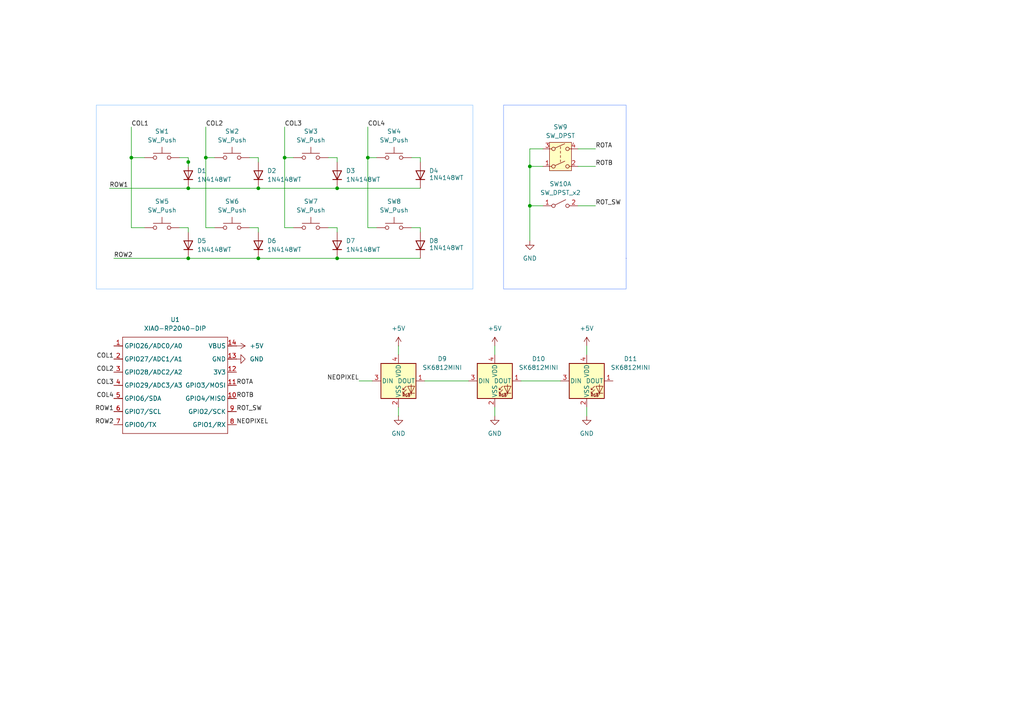
<source format=kicad_sch>
(kicad_sch (version 20250114) (generator "eeschema") (generator_version "9.0")
  (paper "A4")
  (lib_symbols
    (symbol "Diode:1N4148WT" (pin_numbers (hide yes)) (pin_names (hide yes))
      (property "Reference" "D" (at 0 2.54 0))
      (property "Value" "1N4148WT" (at 0 -2.54 0))
      (symbol "1N4148WT_0_1"
        (polyline (pts (xy -1.27 1.27) (xy -1.27 -1.27)) (stroke (width 0.254)))
        (polyline (pts (xy 1.27 1.27) (xy 1.27 -1.27) (xy -1.27 0) (xy 1.27 1.27)) (stroke (width 0.254)))
        (polyline (pts (xy 1.27 0) (xy -1.27 0)))
      )
      (symbol "1N4148WT_1_1"
        (pin passive line (at -3.81 0 0) (length 2.54) (name "K") (number "1"))
        (pin passive line (at 3.81 0 180) (length 2.54) (name "A") (number "2"))
      )
    )
    (symbol "LED:SK6812MINI" (pin_names (offset 0.254))
      (property "Reference" "D" (at 5.08 5.715 0))
      (property "Value" "SK6812MINI" (at 1.27 -5.715 0))
      (symbol "SK6812MINI_0_0"
        (text "RGB" (at 2.286 -4.191 0) (effects (font (size 0.762 0.762))))
      )
      (symbol "SK6812MINI_0_1"
        (polyline (pts (xy 1.27 -2.54) (xy 1.778 -2.54)))
        (polyline (pts (xy 1.27 -3.556) (xy 1.778 -3.556)))
        (polyline (pts (xy 2.286 -1.524) (xy 1.27 -2.54) (xy 1.27 -2.032)))
        (polyline (pts (xy 2.286 -2.54) (xy 1.27 -3.556) (xy 1.27 -3.048)))
        (polyline (pts (xy 3.683 -1.016) (xy 3.683 -3.556) (xy 3.683 -4.064)))
        (polyline (pts (xy 4.699 -1.524) (xy 2.667 -1.524) (xy 3.683 -3.556) (xy 4.699 -1.524)))
        (polyline (pts (xy 4.699 -3.556) (xy 2.667 -3.556)))
        (rectangle (start 5.08 5.08) (end -5.08 -5.08) (stroke (width 0.254)) (fill (type background)))
      )
      (symbol "SK6812MINI_1_1"
        (pin input line (at -7.62 0 0) (length 2.54) (name "DIN") (number "3"))
        (pin power_in line (at 0 7.62 270) (length 2.54) (name "VDD") (number "4"))
        (pin power_in line (at 0 -7.62 90) (length 2.54) (name "VSS") (number "2"))
        (pin output line (at 7.62 0 180) (length 2.54) (name "DOUT") (number "1"))
      )
    )
    (symbol "OPL:XIAO-RP2040-DIP"
      (property "Reference" "U" (at 0 0 0))
      (property "Value" "XIAO-RP2040-DIP" (at 5.334 -1.778 0))
      (symbol "XIAO-RP2040-DIP_1_0"
        (polyline (pts (xy -1.27 -2.54) (xy 29.21 -2.54)) (stroke (width 0.1524)))
        (polyline (pts (xy -1.27 -5.08) (xy -2.54 -5.08)) (stroke (width 0.1524)))
        (polyline (pts (xy -1.27 -5.08) (xy -1.27 -2.54)) (stroke (width 0.1524)))
        (polyline (pts (xy -1.27 -8.89) (xy -2.54 -8.89)) (stroke (width 0.1524)))
        (polyline (pts (xy -1.27 -8.89) (xy -1.27 -5.08)) (stroke (width 0.1524)))
        (polyline (pts (xy -1.27 -12.7) (xy -2.54 -12.7)) (stroke (width 0.1524)))
        (polyline (pts (xy -1.27 -12.7) (xy -1.27 -8.89)) (stroke (width 0.1524)))
        (polyline (pts (xy -1.27 -16.51) (xy -2.54 -16.51)) (stroke (width 0.1524)))
        (polyline (pts (xy -1.27 -16.51) (xy -1.27 -12.7)) (stroke (width 0.1524)))
        (polyline (pts (xy -1.27 -20.32) (xy -2.54 -20.32)) (stroke (width 0.1524)))
        (polyline (pts (xy -1.27 -24.13) (xy -2.54 -24.13)) (stroke (width 0.1524)))
        (polyline (pts (xy -1.27 -27.94) (xy -2.54 -27.94)) (stroke (width 0.1524)))
        (polyline (pts (xy -1.27 -30.48) (xy -1.27 -16.51)) (stroke (width 0.1524)))
        (polyline (pts (xy 29.21 -2.54) (xy 29.21 -5.08)) (stroke (width 0.1524)))
        (polyline (pts (xy 29.21 -5.08) (xy 29.21 -8.89)) (stroke (width 0.1524)))
        (polyline (pts (xy 29.21 -8.89) (xy 29.21 -12.7)) (stroke (width 0.1524)))
        (polyline (pts (xy 29.21 -12.7) (xy 29.21 -30.48)) (stroke (width 0.1524)))
        (polyline (pts (xy 29.21 -30.48) (xy -1.27 -30.48)) (stroke (width 0.1524)))
        (polyline (pts (xy 30.48 -5.08) (xy 29.21 -5.08)) (stroke (width 0.1524)))
        (polyline (pts (xy 30.48 -8.89) (xy 29.21 -8.89)) (stroke (width 0.1524)))
        (polyline (pts (xy 30.48 -12.7) (xy 29.21 -12.7)) (stroke (width 0.1524)))
        (polyline (pts (xy 30.48 -16.51) (xy 29.21 -16.51)) (stroke (width 0.1524)))
        (polyline (pts (xy 30.48 -20.32) (xy 29.21 -20.32)) (stroke (width 0.1524)))
        (polyline (pts (xy 30.48 -24.13) (xy 29.21 -24.13)) (stroke (width 0.1524)))
        (polyline (pts (xy 30.48 -27.94) (xy 29.21 -27.94)) (stroke (width 0.1524)))
        (pin passive line (at -3.81 -5.08 0) (length 2.54) (name "GPIO26/ADC0/A0") (number "1"))
        (pin passive line (at -3.81 -8.89 0) (length 2.54) (name "GPIO27/ADC1/A1") (number "2"))
        (pin passive line (at -3.81 -12.7 0) (length 2.54) (name "GPIO28/ADC2/A2") (number "3"))
        (pin passive line (at -3.81 -16.51 0) (length 2.54) (name "GPIO29/ADC3/A3") (number "4"))
        (pin passive line (at -3.81 -20.32 0) (length 2.54) (name "GPIO6/SDA") (number "5"))
        (pin passive line (at -3.81 -24.13 0) (length 2.54) (name "GPIO7/SCL") (number "6"))
        (pin passive line (at -3.81 -27.94 0) (length 2.54) (name "GPIO0/TX") (number "7"))
        (pin passive line (at 31.75 -5.08 180) (length 2.54) (name "VBUS") (number "14"))
        (pin passive line (at 31.75 -8.89 180) (length 2.54) (name "GND") (number "13"))
        (pin passive line (at 31.75 -12.7 180) (length 2.54) (name "3V3") (number "12"))
        (pin passive line (at 31.75 -16.51 180) (length 2.54) (name "GPIO3/MOSI") (number "11"))
        (pin passive line (at 31.75 -20.32 180) (length 2.54) (name "GPIO4/MISO") (number "10"))
        (pin passive line (at 31.75 -24.13 180) (length 2.54) (name "GPIO2/SCK") (number "9"))
        (pin passive line (at 31.75 -27.94 180) (length 2.54) (name "GPIO1/RX") (number "8"))
      )
    )
    (symbol "Switch:SW_DPST" (pin_names (offset 0) (hide yes))
      (property "Reference" "SW" (at 0 6.35 0))
      (property "Value" "SW_DPST" (at 0 -5.08 0))
      (symbol "SW_DPST_0_0"
        (circle (center -2.032 2.54) (radius 0.508))
        (circle (center -2.032 -2.54) (radius 0.508))
        (polyline (pts (xy -1.524 2.794) (xy 1.27 4.064)))
        (polyline (pts (xy -1.524 -2.286) (xy 1.27 -1.016)))
        (polyline (pts (xy 0 2.54) (xy 0 3.175)))
        (polyline (pts (xy 0 1.27) (xy 0 1.905)))
        (polyline (pts (xy 0 0) (xy 0 0.635)))
        (polyline (pts (xy 0 -1.27) (xy 0 -0.635)))
        (circle (center 2.032 2.54) (radius 0.508))
        (circle (center 2.032 -2.54) (radius 0.508))
      )
      (symbol "SW_DPST_1_1"
        (rectangle (start -3.175 4.445) (end 3.175 -3.81) (fill (type background)))
        (pin passive line (at -5.08 2.54 0) (length 2.54) (name "3") (number "3"))
        (pin passive line (at -5.08 -2.54 0) (length 2.54) (name "1") (number "1"))
        (pin passive line (at 5.08 2.54 180) (length 2.54) (name "4") (number "4"))
        (pin passive line (at 5.08 -2.54 180) (length 2.54) (name "2") (number "2"))
      )
    )
    (symbol "Switch:SW_DPST_x2" (pin_names (offset 0) (hide yes))
      (property "Reference" "SW" (at 0 3.175 0))
      (property "Value" "SW_DPST_x2" (at 0 -2.54 0))
      (symbol "SW_DPST_x2_0_0"
        (circle (center -2.032 0) (radius 0.508))
        (polyline (pts (xy -1.524 0.254) (xy 1.524 1.778)))
        (circle (center 2.032 0) (radius 0.508))
      )
      (symbol "SW_DPST_x2_1_1"
        (pin passive line (at -5.08 0 0) (length 2.54) (name "A") (number "1"))
        (pin passive line (at 5.08 0 180) (length 2.54) (name "B") (number "2"))
      )
      (symbol "SW_DPST_x2_2_1"
        (pin passive line (at -5.08 0 0) (length 2.54) (name "A") (number "3"))
        (pin passive line (at 5.08 0 180) (length 2.54) (name "B") (number "4"))
      )
    )
    (symbol "Switch:SW_Push" (pin_numbers (hide yes)) (pin_names (offset 1.016) (hide yes))
      (property "Reference" "SW" (at 1.27 2.54 0))
      (property "Value" "SW_Push" (at 0 -1.524 0))
      (symbol "SW_Push_0_1"
        (circle (center -2.032 0) (radius 0.508))
        (polyline (pts (xy 0 1.27) (xy 0 3.048)))
        (circle (center 2.032 0) (radius 0.508))
        (polyline (pts (xy 2.54 1.27) (xy -2.54 1.27)))
        (pin passive line (at -5.08 0 0) (length 2.54) (name "1") (number "1"))
        (pin passive line (at 5.08 0 180) (length 2.54) (name "2") (number "2"))
      )
    )
    (symbol "power:+5V" (power) (pin_numbers (hide yes)) (pin_names (offset 0) (hide yes))
      (property "Value" "+5V" (at 0 3.556 0))
      (symbol "+5V_0_1"
        (polyline (pts (xy -0.762 1.27) (xy 0 2.54)))
        (polyline (pts (xy 0 2.54) (xy 0.762 1.27)))
        (polyline (pts (xy 0 0) (xy 0 2.54)))
      )
      (symbol "+5V_1_1"
        (pin power_in line (at 0 0 90) (length 0) (name "~") (number "1"))
      )
    )
    (symbol "power:GND" (power) (pin_numbers (hide yes)) (pin_names (offset 0) (hide yes))
      (property "Value" "GND" (at 0 -3.81 0))
      (symbol "GND_0_1"
        (polyline (pts (xy 0 0) (xy 0 -1.27) (xy 1.27 -1.27) (xy 0 -2.54) (xy -1.27 -1.27) (xy 0 -1.27)))
      )
      (symbol "GND_1_1"
        (pin power_in line (at 0 0 270) (length 0) (name "~") (number "1"))
      )
    )
  )
  (rectangle (start 27.94 30.48) (end 137.16 83.82) (stroke (width 0) (color 149 201 255 1)))
  (rectangle (start 146.05 30.48) (end 181.61 83.82) (stroke (width 0) (color 120 159 255 1)))
  (rectangle (start 181.61 74.93) (end 181.61 74.93))
  (junction (at 153.67 59.69))
  (junction (at 54.61 54.61))
  (junction (at 97.79 74.93))
  (junction (at 106.68 45.72))
  (junction (at 59.69 45.72))
  (junction (at 38.1 45.72))
  (junction (at 54.61 74.93))
  (junction (at 74.93 54.61))
  (junction (at 153.67 48.26))
  (junction (at 54.61 46.99))
  (junction (at 74.93 74.93))
  (junction (at 97.79 54.61))
  (junction (at 82.55 45.72))
  (wire (pts (xy 151.13 110.49) (xy 162.56 110.49)))
  (wire (pts (xy 72.39 45.72) (xy 74.93 45.72)))
  (wire (pts (xy 74.93 54.61) (xy 97.79 54.61)))
  (wire (pts (xy 153.67 48.26) (xy 153.67 59.69)))
  (wire (pts (xy 119.38 66.04) (xy 121.92 66.04)))
  (wire (pts (xy 97.79 66.04) (xy 97.79 67.31)))
  (wire (pts (xy 54.61 46.99) (xy 54.61 45.72)))
  (wire (pts (xy 153.67 59.69) (xy 157.48 59.69)))
  (wire (pts (xy 95.25 45.72) (xy 97.79 45.72)))
  (wire (pts (xy 121.92 45.72) (xy 121.92 46.99)))
  (wire (pts (xy 59.69 66.04) (xy 62.23 66.04)))
  (wire (pts (xy 106.68 45.72) (xy 106.68 66.04)))
  (wire (pts (xy 82.55 36.83) (xy 82.55 45.72)))
  (wire (pts (xy 82.55 45.72) (xy 85.09 45.72)))
  (wire (pts (xy 106.68 66.04) (xy 109.22 66.04)))
  (wire (pts (xy 97.79 54.61) (xy 121.92 54.61)))
  (wire (pts (xy 38.1 45.72) (xy 38.1 66.04)))
  (wire (pts (xy 74.93 45.72) (xy 74.93 46.99)))
  (wire (pts (xy 167.64 48.26) (xy 172.72 48.26)))
  (wire (pts (xy 54.61 74.93) (xy 74.93 74.93)))
  (wire (pts (xy 38.1 36.83) (xy 38.1 45.72)))
  (wire (pts (xy 52.07 66.04) (xy 54.61 66.04)))
  (wire (pts (xy 106.68 36.83) (xy 106.68 45.72)))
  (wire (pts (xy 54.61 54.61) (xy 74.93 54.61)))
  (wire (pts (xy 38.1 45.72) (xy 41.91 45.72)))
  (wire (pts (xy 33.02 74.93) (xy 54.61 74.93)))
  (wire (pts (xy 121.92 66.04) (xy 121.92 67.31)))
  (wire (pts (xy 82.55 66.04) (xy 85.09 66.04)))
  (wire (pts (xy 82.55 45.72) (xy 82.55 66.04)))
  (wire (pts (xy 97.79 45.72) (xy 97.79 46.99)))
  (wire (pts (xy 95.25 66.04) (xy 97.79 66.04)))
  (wire (pts (xy 59.69 45.72) (xy 59.69 66.04)))
  (wire (pts (xy 31.75 54.61) (xy 54.61 54.61)))
  (wire (pts (xy 115.57 118.11) (xy 115.57 120.65)))
  (wire (pts (xy 106.68 45.72) (xy 109.22 45.72)))
  (wire (pts (xy 97.79 74.93) (xy 121.92 74.93)))
  (wire (pts (xy 54.61 48.26) (xy 54.61 46.99)))
  (wire (pts (xy 153.67 48.26) (xy 157.48 48.26)))
  (wire (pts (xy 59.69 45.72) (xy 62.23 45.72)))
  (wire (pts (xy 54.61 66.04) (xy 54.61 67.31)))
  (wire (pts (xy 167.64 59.69) (xy 172.72 59.69)))
  (wire (pts (xy 167.64 43.18) (xy 172.72 43.18)))
  (wire (pts (xy 104.14 110.49) (xy 107.95 110.49)))
  (wire (pts (xy 143.51 100.33) (xy 143.51 102.87)))
  (wire (pts (xy 115.57 100.33) (xy 115.57 102.87)))
  (wire (pts (xy 38.1 66.04) (xy 41.91 66.04)))
  (wire (pts (xy 59.69 36.83) (xy 59.69 45.72)))
  (wire (pts (xy 153.67 59.69) (xy 153.67 69.85)))
  (wire (pts (xy 170.18 100.33) (xy 170.18 102.87)))
  (wire (pts (xy 153.67 43.18) (xy 153.67 48.26)))
  (wire (pts (xy 74.93 74.93) (xy 97.79 74.93)))
  (wire (pts (xy 52.07 45.72) (xy 54.61 45.72)))
  (wire (pts (xy 123.19 110.49) (xy 135.89 110.49)))
  (wire (pts (xy 74.93 66.04) (xy 74.93 67.31)))
  (wire (pts (xy 72.39 66.04) (xy 74.93 66.04)))
  (wire (pts (xy 153.67 43.18) (xy 157.48 43.18)))
  (wire (pts (xy 143.51 118.11) (xy 143.51 120.65)))
  (wire (pts (xy 170.18 118.11) (xy 170.18 120.65)))
  (wire (pts (xy 119.38 45.72) (xy 121.92 45.72)))
  (label "COL1" (at 33.02 104.14 180))
  (label "COL3" (at 33.02 111.76 180))
  (label "COL4" (at 106.68 36.83 0))
  (label "COL4" (at 33.02 115.57 180))
  (label "ROW1" (at 31.75 54.61 0))
  (label "ROW2" (at 33.02 74.93 0))
  (label "NEOPIXEL" (at 104.14 110.49 180))
  (label "COL2" (at 33.02 107.95 180))
  (label "COL3" (at 82.55 36.83 0))
  (label "ROW1" (at 33.02 119.38 180))
  (label "COL1" (at 38.1 36.83 0))
  (label "ROW2" (at 33.02 123.19 180))
  (label "ROT_SW" (at 172.72 59.69 0))
  (label "ROTA" (at 172.72 43.18 0))
  (label "COL2" (at 59.69 36.83 0))
  (label "ROT_SW" (at 68.58 119.38 0))
  (label "ROTA" (at 68.58 111.76 0))
  (label "ROTB" (at 172.72 48.26 0))
  (label "NEOPIXEL" (at 68.58 123.19 0))
  (label "ROTB" (at 68.58 115.57 0))
  (symbol (lib_id "power:+5V") (at 143.51 100.33 0) (unit 1)
    (property "Reference" "#PWR03" (effects (hide yes)))
    (property "Value" "+5V" (at 143.51 95.25 0))
    (property "Description" "Power symbol creates a global label with name \"+5V\"" (effects (hide yes)))
  )
  (symbol (lib_id "Switch:SW_Push") (at 67.31 66.04 0) (unit 1)
    (property "Reference" "SW6" (at 67.31 58.42 0))
    (property "Value" "SW_Push" (at 67.31 60.96 0))
    (property "Footprint" "Button_Switch_Keyboard:SW_Cherry_MX_1.00u_PCB" (effects (hide yes)))
    (property "Description" "Push button switch, generic, two pins" (effects (hide yes)))
  )
  (symbol (lib_id "LED:SK6812MINI") (at 115.57 110.49 0) (unit 1)
    (property "Reference" "D9" (at 128.27 104.0698 0))
    (property "Value" "SK6812MINI" (at 128.27 106.6098 0))
    (property "Footprint" "LED_SMD:LED_SK6812MINI_PLCC4_3.5x3.5mm_P1.75mm" (effects (hide yes)))
    (property "Datasheet" "https://cdn-shop.adafruit.com/product-files/2686/SK6812MINI_REV.01-1-2.pdf" (effects (hide yes)))
    (property "Description" "RGB LED with integrated controller" (effects (hide yes)))
  )
  (symbol (lib_id "Diode:1N4148WT") (at 97.79 50.8 90) (unit 1)
    (property "Reference" "D3" (at 100.33 49.5299 90) (effects (justify right)))
    (property "Value" "1N4148WT" (at 100.33 52.0699 90) (effects (justify right)))
    (property "Footprint" "Diode_SMD:D_SOD-523" (effects (hide yes)))
    (property "Datasheet" "https://www.diodes.com/assets/Datasheets/ds30396.pdf" (effects (hide yes)))
    (property "Description" "75V 0.15A Fast switching Diode, SOD-523" (effects (hide yes)))
    (property "Sim.Device" "D" (effects (hide yes)))
    (property "Sim.Pins" "1=K 2=A" (effects (hide yes)))
  )
  (symbol (lib_id "power:+5V") (at 68.58 100.33 270) (unit 1)
    (property "Reference" "#PWR09" (effects (hide yes)))
    (property "Value" "+5V" (at 72.39 100.3299 90) (effects (justify left)))
    (property "Description" "Power symbol creates a global label with name \"+5V\"" (effects (hide yes)))
  )
  (symbol (lib_id "Switch:SW_Push") (at 114.3 66.04 0) (unit 1)
    (property "Reference" "SW8" (at 114.3 58.42 0))
    (property "Value" "SW_Push" (at 114.3 60.96 0))
    (property "Footprint" "Button_Switch_Keyboard:SW_Cherry_MX_1.00u_PCB" (effects (hide yes)))
    (property "Description" "Push button switch, generic, two pins" (effects (hide yes)))
  )
  (symbol (lib_id "power:GND") (at 170.18 120.65 0) (unit 1)
    (property "Reference" "#PWR07" (effects (hide yes)))
    (property "Value" "GND" (at 170.18 125.73 0))
    (property "Description" "Power symbol creates a global label with name \"GND\" , ground" (effects (hide yes)))
  )
  (symbol (lib_id "Diode:1N4148WT") (at 121.92 50.8 90) (unit 1)
    (property "Reference" "D4" (at 124.46 49.5299 90) (effects (justify right)))
    (property "Value" "1N4148WT" (at 124.46 51.562 90) (effects (justify right)))
    (property "Footprint" "Diode_SMD:D_SOD-523" (effects (hide yes)))
    (property "Datasheet" "https://www.diodes.com/assets/Datasheets/ds30396.pdf" (effects (hide yes)))
    (property "Description" "75V 0.15A Fast switching Diode, SOD-523" (effects (hide yes)))
    (property "Sim.Device" "D" (effects (hide yes)))
    (property "Sim.Pins" "1=K 2=A" (effects (hide yes)))
  )
  (symbol (lib_id "Diode:1N4148WT") (at 74.93 71.12 90) (unit 1)
    (property "Reference" "D6" (at 77.47 69.8499 90) (effects (justify right)))
    (property "Value" "1N4148WT" (at 77.47 72.3899 90) (effects (justify right)))
    (property "Footprint" "Diode_SMD:D_SOD-523" (effects (hide yes)))
    (property "Datasheet" "https://www.diodes.com/assets/Datasheets/ds30396.pdf" (effects (hide yes)))
    (property "Description" "75V 0.15A Fast switching Diode, SOD-523" (effects (hide yes)))
    (property "Sim.Device" "D" (effects (hide yes)))
    (property "Sim.Pins" "1=K 2=A" (effects (hide yes)))
  )
  (symbol (lib_id "power:+5V") (at 170.18 100.33 0) (unit 1)
    (property "Reference" "#PWR04" (effects (hide yes)))
    (property "Value" "+5V" (at 170.18 95.25 0))
    (property "Description" "Power symbol creates a global label with name \"+5V\"" (effects (hide yes)))
  )
  (symbol (lib_id "Switch:SW_DPST_x2") (at 162.56 59.69 0) (unit 1)
    (property "Reference" "SW10" (at 162.56 53.34 0))
    (property "Value" "SW_DPST_x2" (at 162.56 55.88 0))
    (property "Footprint" "Rotary_Encoder:RotaryEncoder_Alps_EC11E-Switch_Vertical_H20mm_CircularMountingHoles" (effects (hide yes)))
    (property "Description" "Single Pole Single Throw (SPST) switch, separate symbol" (effects (hide yes)))
  )
  (symbol (lib_id "LED:SK6812MINI") (at 170.18 110.49 0) (unit 1)
    (property "Reference" "D11" (at 182.88 104.0698 0))
    (property "Value" "SK6812MINI" (at 182.88 106.6098 0))
    (property "Footprint" "LED_SMD:LED_SK6812MINI_PLCC4_3.5x3.5mm_P1.75mm" (effects (hide yes)))
    (property "Datasheet" "https://cdn-shop.adafruit.com/product-files/2686/SK6812MINI_REV.01-1-2.pdf" (effects (hide yes)))
    (property "Description" "RGB LED with integrated controller" (effects (hide yes)))
  )
  (symbol (lib_id "LED:SK6812MINI") (at 143.51 110.49 0) (unit 1)
    (property "Reference" "D10" (at 156.21 104.0698 0))
    (property "Value" "SK6812MINI" (at 156.21 106.6098 0))
    (property "Footprint" "LED_SMD:LED_SK6812MINI_PLCC4_3.5x3.5mm_P1.75mm" (effects (hide yes)))
    (property "Datasheet" "https://cdn-shop.adafruit.com/product-files/2686/SK6812MINI_REV.01-1-2.pdf" (effects (hide yes)))
    (property "Description" "RGB LED with integrated controller" (effects (hide yes)))
  )
  (symbol (lib_id "Switch:SW_Push") (at 90.17 45.72 0) (unit 1)
    (property "Reference" "SW3" (at 90.17 38.1 0))
    (property "Value" "SW_Push" (at 90.17 40.64 0))
    (property "Footprint" "Button_Switch_Keyboard:SW_Cherry_MX_1.00u_PCB" (effects (hide yes)))
    (property "Description" "Push button switch, generic, two pins" (effects (hide yes)))
  )
  (symbol (lib_id "Switch:SW_Push") (at 90.17 66.04 0) (unit 1)
    (property "Reference" "SW7" (at 90.17 58.42 0))
    (property "Value" "SW_Push" (at 90.17 60.96 0))
    (property "Footprint" "Button_Switch_Keyboard:SW_Cherry_MX_1.00u_PCB" (effects (hide yes)))
    (property "Description" "Push button switch, generic, two pins" (effects (hide yes)))
  )
  (symbol (lib_id "Switch:SW_Push") (at 46.99 45.72 0) (unit 1)
    (property "Reference" "SW1" (at 46.99 38.1 0))
    (property "Value" "SW_Push" (at 46.99 40.64 0))
    (property "Footprint" "Button_Switch_Keyboard:SW_Cherry_MX_1.00u_PCB" (effects (hide yes)))
    (property "Description" "Push button switch, generic, two pins" (effects (hide yes)))
  )
  (symbol (lib_id "Switch:SW_Push") (at 114.3 45.72 0) (unit 1)
    (property "Reference" "SW4" (at 114.3 38.1 0))
    (property "Value" "SW_Push" (at 114.3 40.64 0))
    (property "Footprint" "Button_Switch_Keyboard:SW_Cherry_MX_1.00u_PCB" (effects (hide yes)))
    (property "Description" "Push button switch, generic, two pins" (effects (hide yes)))
  )
  (symbol (lib_id "Diode:1N4148WT") (at 74.93 50.8 90) (unit 1)
    (property "Reference" "D2" (at 77.47 49.5299 90) (effects (justify right)))
    (property "Value" "1N4148WT" (at 77.47 52.0699 90) (effects (justify right)))
    (property "Footprint" "Diode_SMD:D_SOD-523" (effects (hide yes)))
    (property "Datasheet" "https://www.diodes.com/assets/Datasheets/ds30396.pdf" (effects (hide yes)))
    (property "Description" "75V 0.15A Fast switching Diode, SOD-523" (effects (hide yes)))
    (property "Sim.Device" "D" (effects (hide yes)))
    (property "Sim.Pins" "1=K 2=A" (effects (hide yes)))
  )
  (symbol (lib_id "Switch:SW_Push") (at 67.31 45.72 0) (unit 1)
    (property "Reference" "SW2" (at 67.31 38.1 0))
    (property "Value" "SW_Push" (at 67.31 40.64 0))
    (property "Footprint" "Button_Switch_Keyboard:SW_Cherry_MX_1.00u_PCB" (effects (hide yes)))
    (property "Description" "Push button switch, generic, two pins" (effects (hide yes)))
  )
  (symbol (lib_id "power:GND") (at 153.67 69.85 0) (unit 1)
    (property "Reference" "#PWR01" (effects (hide yes)))
    (property "Value" "GND" (at 153.67 74.93 0))
    (property "Description" "Power symbol creates a global label with name \"GND\" , ground" (effects (hide yes)))
  )
  (symbol (lib_id "power:GND") (at 68.58 104.14 90) (unit 1)
    (property "Reference" "#PWR08" (effects (hide yes)))
    (property "Value" "GND" (at 72.39 104.1399 90) (effects (justify right)))
    (property "Description" "Power symbol creates a global label with name \"GND\" , ground" (effects (hide yes)))
  )
  (symbol (lib_id "Diode:1N4148WT") (at 54.61 71.12 90) (unit 1)
    (property "Reference" "D5" (at 57.15 69.8499 90) (effects (justify right)))
    (property "Value" "1N4148WT" (at 57.15 72.3899 90) (effects (justify right)))
    (property "Footprint" "Diode_SMD:D_SOD-523" (effects (hide yes)))
    (property "Datasheet" "https://www.diodes.com/assets/Datasheets/ds30396.pdf" (effects (hide yes)))
    (property "Description" "75V 0.15A Fast switching Diode, SOD-523" (effects (hide yes)))
    (property "Sim.Device" "D" (effects (hide yes)))
    (property "Sim.Pins" "1=K 2=A" (effects (hide yes)))
  )
  (symbol (lib_id "Switch:SW_DPST") (at 162.56 45.72 0) (unit 1)
    (property "Reference" "SW9" (at 162.56 36.83 0))
    (property "Value" "SW_DPST" (at 162.56 39.37 0))
    (property "Footprint" "Rotary_Encoder:RotaryEncoder_Alps_EC11E-Switch_Vertical_H20mm_CircularMountingHoles" (effects (hide yes)))
    (property "Description" "Double Pole Single Throw (DPST) Switch" (effects (hide yes)))
  )
  (symbol (lib_id "Diode:1N4148WT") (at 97.79 71.12 90) (unit 1)
    (property "Reference" "D7" (at 100.33 69.8499 90) (effects (justify right)))
    (property "Value" "1N4148WT" (at 100.33 72.3899 90) (effects (justify right)))
    (property "Footprint" "Diode_SMD:D_SOD-523" (effects (hide yes)))
    (property "Datasheet" "https://www.diodes.com/assets/Datasheets/ds30396.pdf" (effects (hide yes)))
    (property "Description" "75V 0.15A Fast switching Diode, SOD-523" (effects (hide yes)))
    (property "Sim.Device" "D" (effects (hide yes)))
    (property "Sim.Pins" "1=K 2=A" (effects (hide yes)))
  )
  (symbol (lib_id "OPL:XIAO-RP2040-DIP") (at 36.83 95.25 0) (unit 1)
    (property "Reference" "U1" (at 50.8 92.71 0))
    (property "Value" "XIAO-RP2040-DIP" (at 50.8 95.25 0))
    (property "Footprint" "OPL:XIAO-RP2040-DIP" (effects (hide yes)))
  )
  (symbol (lib_id "power:+5V") (at 115.57 100.33 0) (unit 1)
    (property "Reference" "#PWR02" (effects (hide yes)))
    (property "Value" "+5V" (at 115.57 95.25 0))
    (property "Description" "Power symbol creates a global label with name \"+5V\"" (effects (hide yes)))
  )
  (symbol (lib_id "Diode:1N4148WT") (at 121.92 71.12 90) (unit 1)
    (property "Reference" "D8" (at 124.46 69.8499 90) (effects (justify right)))
    (property "Value" "1N4148WT" (at 124.46 71.882 90) (effects (justify right)))
    (property "Footprint" "Diode_SMD:D_SOD-523" (effects (hide yes)))
    (property "Datasheet" "https://www.diodes.com/assets/Datasheets/ds30396.pdf" (effects (hide yes)))
    (property "Description" "75V 0.15A Fast switching Diode, SOD-523" (effects (hide yes)))
    (property "Sim.Device" "D" (effects (hide yes)))
    (property "Sim.Pins" "1=K 2=A" (effects (hide yes)))
  )
  (symbol (lib_id "Switch:SW_Push") (at 46.99 66.04 0) (unit 1)
    (property "Reference" "SW5" (at 46.99 58.42 0))
    (property "Value" "SW_Push" (at 46.99 60.96 0))
    (property "Footprint" "Button_Switch_Keyboard:SW_Cherry_MX_1.00u_PCB" (effects (hide yes)))
    (property "Description" "Push button switch, generic, two pins" (effects (hide yes)))
  )
  (symbol (lib_id "power:GND") (at 143.51 120.65 0) (unit 1)
    (property "Reference" "#PWR06" (effects (hide yes)))
    (property "Value" "GND" (at 143.51 125.73 0))
    (property "Description" "Power symbol creates a global label with name \"GND\" , ground" (effects (hide yes)))
  )
  (symbol (lib_id "Diode:1N4148WT") (at 54.61 50.8 90) (unit 1)
    (property "Reference" "D1" (at 57.15 49.5299 90) (effects (justify right)))
    (property "Value" "1N4148WT" (at 57.15 52.0699 90) (effects (justify right)))
    (property "Footprint" "Diode_SMD:D_SOD-523" (effects (hide yes)))
    (property "Datasheet" "https://www.diodes.com/assets/Datasheets/ds30396.pdf" (effects (hide yes)))
    (property "Description" "75V 0.15A Fast switching Diode, SOD-523" (effects (hide yes)))
    (property "Sim.Device" "D" (effects (hide yes)))
    (property "Sim.Pins" "1=K 2=A" (effects (hide yes)))
  )
  (symbol (lib_id "power:GND") (at 115.57 120.65 0) (unit 1)
    (property "Reference" "#PWR05" (effects (hide yes)))
    (property "Value" "GND" (at 115.57 125.73 0))
    (property "Description" "Power symbol creates a global label with name \"GND\" , ground" (effects (hide yes)))
  )
)
</source>
